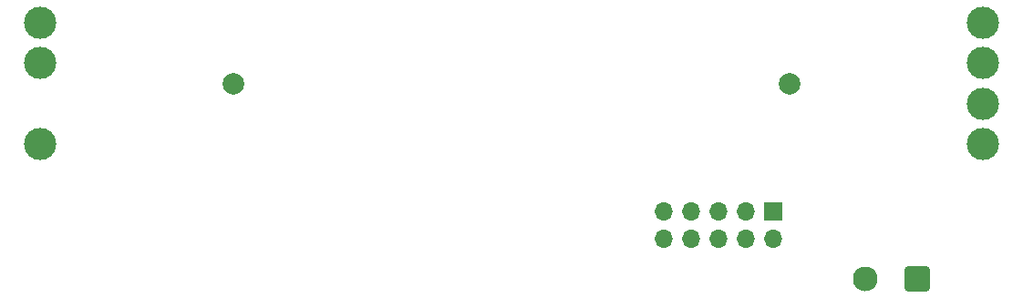
<source format=gts>
G04 #@! TF.GenerationSoftware,KiCad,Pcbnew,8.0.4*
G04 #@! TF.CreationDate,2024-09-19T22:50:53+02:00*
G04 #@! TF.ProjectId,Fader_Breakout,46616465-725f-4427-9265-616b6f75742e,rev?*
G04 #@! TF.SameCoordinates,Original*
G04 #@! TF.FileFunction,Soldermask,Top*
G04 #@! TF.FilePolarity,Negative*
%FSLAX46Y46*%
G04 Gerber Fmt 4.6, Leading zero omitted, Abs format (unit mm)*
G04 Created by KiCad (PCBNEW 8.0.4) date 2024-09-19 22:50:53*
%MOMM*%
%LPD*%
G01*
G04 APERTURE LIST*
G04 Aperture macros list*
%AMRoundRect*
0 Rectangle with rounded corners*
0 $1 Rounding radius*
0 $2 $3 $4 $5 $6 $7 $8 $9 X,Y pos of 4 corners*
0 Add a 4 corners polygon primitive as box body*
4,1,4,$2,$3,$4,$5,$6,$7,$8,$9,$2,$3,0*
0 Add four circle primitives for the rounded corners*
1,1,$1+$1,$2,$3*
1,1,$1+$1,$4,$5*
1,1,$1+$1,$6,$7*
1,1,$1+$1,$8,$9*
0 Add four rect primitives between the rounded corners*
20,1,$1+$1,$2,$3,$4,$5,0*
20,1,$1+$1,$4,$5,$6,$7,0*
20,1,$1+$1,$6,$7,$8,$9,0*
20,1,$1+$1,$8,$9,$2,$3,0*%
G04 Aperture macros list end*
%ADD10R,1.700000X1.700000*%
%ADD11O,1.700000X1.700000*%
%ADD12C,2.000000*%
%ADD13C,3.000000*%
%ADD14RoundRect,0.250001X0.899999X0.899999X-0.899999X0.899999X-0.899999X-0.899999X0.899999X-0.899999X0*%
%ADD15C,2.300000*%
G04 APERTURE END LIST*
D10*
X175075000Y-98725000D03*
D11*
X175075000Y-101265000D03*
X172535000Y-98725000D03*
X172535000Y-101265000D03*
X169995000Y-98725000D03*
X169995000Y-101265000D03*
X167455000Y-98725000D03*
X167455000Y-101265000D03*
X164915000Y-98725000D03*
X164915000Y-101265000D03*
D12*
X124900000Y-86875000D03*
X176600000Y-86875000D03*
D13*
X194500000Y-85000000D03*
X194500000Y-88750000D03*
X194500000Y-81250000D03*
X194500000Y-92500000D03*
X107000000Y-81250000D03*
X107000000Y-92500000D03*
X107000000Y-85000000D03*
D14*
X188400000Y-105000000D03*
D15*
X183600000Y-105000000D03*
M02*

</source>
